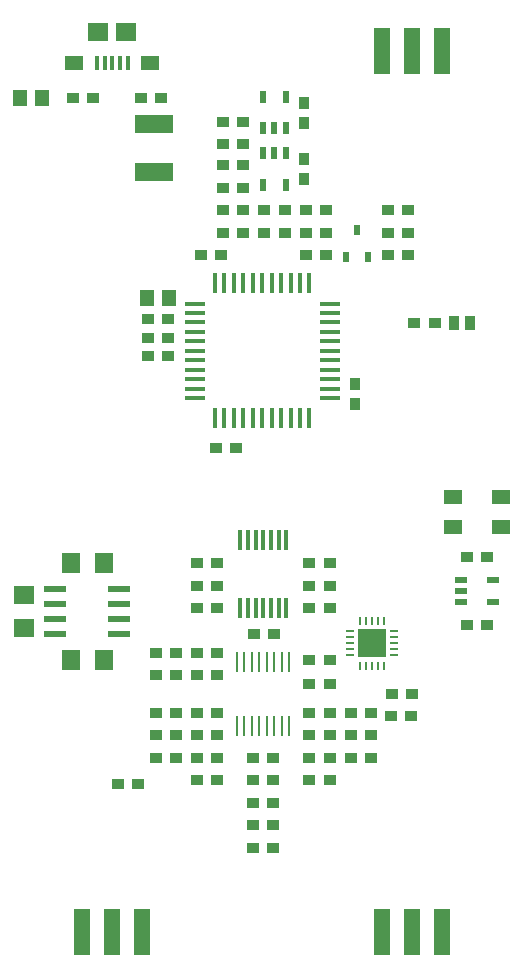
<source format=gtp>
G04 DipTrace 2.4.0.1*
%INtsunami.frontpaste.gtp*%
%MOIN*%
%ADD67R,0.059X0.0472*%
%ADD76R,0.0472X0.0551*%
%ADD78R,0.0558X0.1558*%
%ADD83R,0.0708X0.059*%
%ADD84R,0.067X0.0591*%
%ADD85R,0.059X0.0511*%
%ADD87R,0.0117X0.0491*%
%ADD93R,0.0098X0.0669*%
%ADD95R,0.0925X0.0925*%
%ADD97O,0.0295X0.0078*%
%ADD99O,0.0078X0.0295*%
%ADD101R,0.0747X0.0196*%
%ADD103R,0.0393X0.0196*%
%ADD105R,0.0117X0.0669*%
%ADD107R,0.0157X0.0669*%
%ADD109R,0.0669X0.0157*%
%ADD111R,0.0196X0.0393*%
%ADD113R,0.1299X0.059*%
%ADD115R,0.0354X0.0472*%
%ADD117R,0.0216X0.0373*%
%ADD123R,0.059X0.0669*%
%ADD125R,0.0393X0.0354*%
%ADD127R,0.0354X0.0393*%
%FSLAX44Y44*%
G04*
G70*
G90*
G75*
G01*
%LNTopPaste*%
%LPD*%
D127*
X15187Y32647D3*
Y31977D3*
D125*
X12477Y31250D3*
X13147D3*
D127*
X15187Y30772D3*
Y30102D3*
D125*
X14522Y29062D3*
X13852D3*
X15227D3*
X15897D3*
X13147Y28312D3*
X12477D3*
X18647D3*
X17977D3*
X11727Y27564D3*
X12397D3*
X15897Y27562D3*
X15227D3*
X10625Y24187D3*
X9955D3*
D127*
X16876Y23251D3*
Y22582D3*
D125*
X12251Y21126D3*
X12920D3*
X21272Y17493D3*
X20602D3*
D123*
X8500Y17301D3*
X7397D3*
D125*
X12272Y17312D3*
X11602D3*
X15352D3*
X16022D3*
D84*
X5823Y16227D3*
Y15125D3*
D125*
X20602Y15243D3*
X21272D3*
X14187Y14937D3*
X13518D3*
X10227Y14312D3*
X10897D3*
D123*
X7397Y14051D3*
X8500D3*
D125*
X16022Y14062D3*
X15352D3*
X12272Y13562D3*
X11602D3*
X16022Y13272D3*
X15352D3*
X18102Y12937D3*
X18772D3*
X10897Y12312D3*
X10227D3*
X16022D3*
X15352D3*
X17397D3*
X16727D3*
X18062Y12187D3*
X18731D3*
X11597Y11562D3*
X12267D3*
X14147Y10812D3*
X13477D3*
Y10062D3*
X14147D3*
X13477Y9312D3*
X14147D3*
D117*
X16563Y27484D3*
X17311D3*
X16937Y28390D3*
D115*
X20713Y25312D3*
X20161D3*
D113*
X10187Y31937D3*
Y30323D3*
D111*
X13813Y31781D3*
X14187D3*
X14561D3*
Y32844D3*
X13813D3*
X14561Y30969D3*
X14187D3*
X13813D3*
Y29906D3*
X14561D3*
D109*
X11535Y25947D3*
Y25632D3*
Y25317D3*
Y25002D3*
Y24687D3*
Y24372D3*
Y24057D3*
Y23742D3*
Y23427D3*
Y23112D3*
Y22797D3*
D107*
X12205Y22128D3*
X12520D3*
X12835D3*
X13150D3*
X13465D3*
X13780D3*
X14094D3*
X14409D3*
X14724D3*
X15039D3*
X15354D3*
D109*
X16024Y22797D3*
Y23112D3*
Y23427D3*
Y23742D3*
Y24057D3*
Y24372D3*
Y24687D3*
Y25002D3*
Y25317D3*
Y25632D3*
Y25947D3*
D107*
X15354Y26616D3*
X15039D3*
X14724D3*
X14409D3*
X14094D3*
X13780D3*
X13465D3*
X13150D3*
X12835D3*
X12520D3*
X12205D3*
D105*
X14580Y18079D3*
X14324D3*
X14068D3*
X13812D3*
X13556D3*
X13300D3*
X13044D3*
Y15795D3*
X13300D3*
X13556D3*
X13812D3*
X14068D3*
X14324D3*
X14580D3*
D103*
X20406Y16742D3*
Y16368D3*
Y15994D3*
X21469D3*
Y16742D3*
D101*
X6885Y16426D3*
Y15926D3*
Y15426D3*
Y14926D3*
X9011D3*
Y15426D3*
Y15926D3*
Y16426D3*
D99*
X17043Y13876D3*
X17240D3*
X17437D3*
X17634D3*
X17831D3*
D97*
X18185Y14231D3*
Y14428D3*
Y14625D3*
Y14821D3*
Y15018D3*
D99*
X17831Y15373D3*
X17634D3*
X17437D3*
X17240D3*
X17043D3*
D97*
X16689Y15018D3*
Y14821D3*
Y14625D3*
Y14428D3*
Y14231D3*
D95*
X17437Y14625D3*
D93*
X12937Y11874D3*
X13187D3*
X13437D3*
X13687D3*
X13937D3*
X14187D3*
X14437D3*
X14687D3*
Y14000D3*
X14437D3*
X14187D3*
X13937D3*
X13687D3*
X13437D3*
X13187D3*
X12937D3*
D87*
X9291Y33952D3*
X9035D3*
X8780D3*
X8524D3*
X8268D3*
D85*
X7520D3*
X10039D3*
D83*
X9252Y35005D3*
X8307D3*
D78*
X17780Y34377D3*
X18780D3*
X19780D3*
X9780Y4987D3*
X8780D3*
X7780D3*
X19780D3*
X18780D3*
X17780D3*
D76*
X5688Y32811D3*
X6436D3*
X9937Y26125D3*
X10685D3*
D125*
X13147Y32000D3*
X12477D3*
Y30562D3*
X13147D3*
Y29812D3*
X12477D3*
Y29062D3*
X13147D3*
X14522Y28312D3*
X13852D3*
X15897D3*
X15227D3*
X17977Y27562D3*
X18647D3*
X9977Y25437D3*
X10647D3*
X19522Y25312D3*
X18852D3*
X9977Y24812D3*
X10647D3*
X12272Y16537D3*
X11602D3*
X16022D3*
X15352D3*
X11602Y15812D3*
X12272D3*
X16022D3*
X15352D3*
X11602Y14312D3*
X12272D3*
X10227Y13562D3*
X10897D3*
X11602Y12312D3*
X12272D3*
X10897Y11562D3*
X10227D3*
X16022D3*
X15352D3*
X16727D3*
X17397D3*
X10897Y10812D3*
X10227D3*
X11602D3*
X12272D3*
X16022D3*
X15352D3*
X17397D3*
X16727D3*
X12272Y10062D3*
X11602D3*
X15352D3*
X16022D3*
X13477Y7812D3*
X14147D3*
D67*
X21724Y19486D3*
X20150D3*
Y18501D3*
X21724D3*
D125*
X7477Y32812D3*
X8147D3*
X10397D3*
X9727D3*
X17977Y29062D3*
X18647D3*
X9647Y9937D3*
X8977D3*
X14147Y8562D3*
X13477D3*
M02*

</source>
